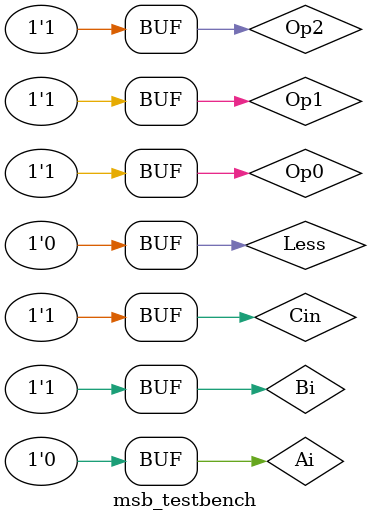
<source format=v>
`define DELAY 20
module msb_testbench(); 

reg Ai,Bi,Cin,Op2,Op1,Op0,Less;
wire Cout,Ri,Set,Vout;

msb alu_gate(Ai,Bi,Cin,Cout,Less,Op2,Op1,Op0,Ri,Set,Vout);

initial begin
Ai=1'b0; Bi=1'b1; Cin=1'b0; Less=1'b0; Op2=1'b0; Op1=1'b0; Op0=1'b0; 
#`DELAY;
Ai=1'b0; Bi=1'b1; Cin=1'b0; Less=1'b0; Op2=1'b0; Op1=1'b0; Op0=1'b1; 
#`DELAY;
Ai=1'b0; Bi=1'b1; Cin=1'b0; Less=1'b0; Op2=1'b0; Op1=1'b1; Op0=1'b0; 
#`DELAY;
Ai=1'b0; Bi=1'b1; Cin=1'b0; Less=1'b0; Op2=1'b1; Op1=1'b1; Op0=1'b0;
#`DELAY;
Ai=1'b0; Bi=1'b1; Cin=1'b0; Less=1'b0; Op2=1'b1; Op1=1'b1; Op0=1'b1; 
#`DELAY;
Ai=1'b0; Bi=1'b1; Cin=1'b1; Less=1'b0; Op2=1'b0; Op1=1'b0; Op0=1'b0; 
#`DELAY;
Ai=1'b0; Bi=1'b1; Cin=1'b1; Less=1'b0; Op2=1'b0; Op1=1'b0; Op0=1'b1;
#`DELAY;
Ai=1'b0; Bi=1'b1; Cin=1'b1; Less=1'b0; Op2=1'b0; Op1=1'b1; Op0=1'b0; 
#`DELAY;
Ai=1'b0; Bi=1'b1; Cin=1'b1; Less=1'b0; Op2=1'b1; Op1=1'b1; Op0=1'b0; 
#`DELAY;
Ai=1'b0; Bi=1'b1; Cin=1'b1; Less=1'b0; Op2=1'b1; Op1=1'b1; Op0=1'b1; 
end

initial
begin
$monitor("time = %2d, opcode(210)=%1b%1b%1b, Ai=%1b, Bi=%1b, Cin=%1b, Less=%1b, Ri=%1b, Cout=%1b, Set=%1b, Vout=%1b", $time, Op2, Op1, Op0, Ai, Bi, Cin, Less, Ri, Cout,Set,Vout);
end
 
endmodule
</source>
